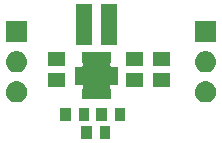
<source format=gbr>
G04 #@! TF.GenerationSoftware,KiCad,Pcbnew,(5.0.2)-1*
G04 #@! TF.CreationDate,2019-03-22T14:25:24+01:00*
G04 #@! TF.ProjectId,TPS63031,54505336-3330-4333-912e-6b696361645f,rev?*
G04 #@! TF.SameCoordinates,Original*
G04 #@! TF.FileFunction,Soldermask,Top*
G04 #@! TF.FilePolarity,Negative*
%FSLAX46Y46*%
G04 Gerber Fmt 4.6, Leading zero omitted, Abs format (unit mm)*
G04 Created by KiCad (PCBNEW (5.0.2)-1) date 03/22/19 14:25:24*
%MOMM*%
%LPD*%
G01*
G04 APERTURE LIST*
%ADD10C,0.100000*%
G04 APERTURE END LIST*
D10*
G36*
X155947000Y-98087000D02*
X155025000Y-98087000D01*
X155025000Y-96985000D01*
X155947000Y-96985000D01*
X155947000Y-98087000D01*
X155947000Y-98087000D01*
G37*
G36*
X154347000Y-98087000D02*
X153425000Y-98087000D01*
X153425000Y-96985000D01*
X154347000Y-96985000D01*
X154347000Y-98087000D01*
X154347000Y-98087000D01*
G37*
G36*
X152569000Y-96563000D02*
X151647000Y-96563000D01*
X151647000Y-95461000D01*
X152569000Y-95461000D01*
X152569000Y-96563000D01*
X152569000Y-96563000D01*
G37*
G36*
X154169000Y-96563000D02*
X153247000Y-96563000D01*
X153247000Y-95461000D01*
X154169000Y-95461000D01*
X154169000Y-96563000D01*
X154169000Y-96563000D01*
G37*
G36*
X157217000Y-96563000D02*
X156295000Y-96563000D01*
X156295000Y-95461000D01*
X157217000Y-95461000D01*
X157217000Y-96563000D01*
X157217000Y-96563000D01*
G37*
G36*
X155617000Y-96563000D02*
X154695000Y-96563000D01*
X154695000Y-95461000D01*
X155617000Y-95461000D01*
X155617000Y-96563000D01*
X155617000Y-96563000D01*
G37*
G36*
X164110442Y-93185518D02*
X164176627Y-93192037D01*
X164289853Y-93226384D01*
X164346467Y-93243557D01*
X164485087Y-93317652D01*
X164502991Y-93327222D01*
X164538729Y-93356552D01*
X164640186Y-93439814D01*
X164723448Y-93541271D01*
X164752778Y-93577009D01*
X164752779Y-93577011D01*
X164836443Y-93733533D01*
X164847575Y-93770230D01*
X164887963Y-93903373D01*
X164905359Y-94080000D01*
X164887963Y-94256627D01*
X164853616Y-94369853D01*
X164836443Y-94426467D01*
X164795366Y-94503315D01*
X164752778Y-94582991D01*
X164730420Y-94610234D01*
X164640186Y-94720186D01*
X164538729Y-94803448D01*
X164502991Y-94832778D01*
X164502989Y-94832779D01*
X164346467Y-94916443D01*
X164289853Y-94933616D01*
X164176627Y-94967963D01*
X164110442Y-94974482D01*
X164044260Y-94981000D01*
X163955740Y-94981000D01*
X163889557Y-94974481D01*
X163823373Y-94967963D01*
X163710147Y-94933616D01*
X163653533Y-94916443D01*
X163497011Y-94832779D01*
X163497009Y-94832778D01*
X163461271Y-94803448D01*
X163359814Y-94720186D01*
X163269580Y-94610234D01*
X163247222Y-94582991D01*
X163204634Y-94503315D01*
X163163557Y-94426467D01*
X163146384Y-94369853D01*
X163112037Y-94256627D01*
X163094641Y-94080000D01*
X163112037Y-93903373D01*
X163152425Y-93770230D01*
X163163557Y-93733533D01*
X163247221Y-93577011D01*
X163247222Y-93577009D01*
X163276552Y-93541271D01*
X163359814Y-93439814D01*
X163461271Y-93356552D01*
X163497009Y-93327222D01*
X163514913Y-93317652D01*
X163653533Y-93243557D01*
X163710147Y-93226384D01*
X163823373Y-93192037D01*
X163889558Y-93185518D01*
X163955740Y-93179000D01*
X164044260Y-93179000D01*
X164110442Y-93185518D01*
X164110442Y-93185518D01*
G37*
G36*
X148110442Y-93185518D02*
X148176627Y-93192037D01*
X148289853Y-93226384D01*
X148346467Y-93243557D01*
X148485087Y-93317652D01*
X148502991Y-93327222D01*
X148538729Y-93356552D01*
X148640186Y-93439814D01*
X148723448Y-93541271D01*
X148752778Y-93577009D01*
X148752779Y-93577011D01*
X148836443Y-93733533D01*
X148847575Y-93770230D01*
X148887963Y-93903373D01*
X148905359Y-94080000D01*
X148887963Y-94256627D01*
X148853616Y-94369853D01*
X148836443Y-94426467D01*
X148795366Y-94503315D01*
X148752778Y-94582991D01*
X148730420Y-94610234D01*
X148640186Y-94720186D01*
X148538729Y-94803448D01*
X148502991Y-94832778D01*
X148502989Y-94832779D01*
X148346467Y-94916443D01*
X148289853Y-94933616D01*
X148176627Y-94967963D01*
X148110442Y-94974482D01*
X148044260Y-94981000D01*
X147955740Y-94981000D01*
X147889557Y-94974481D01*
X147823373Y-94967963D01*
X147710147Y-94933616D01*
X147653533Y-94916443D01*
X147497011Y-94832779D01*
X147497009Y-94832778D01*
X147461271Y-94803448D01*
X147359814Y-94720186D01*
X147269580Y-94610234D01*
X147247222Y-94582991D01*
X147204634Y-94503315D01*
X147163557Y-94426467D01*
X147146384Y-94369853D01*
X147112037Y-94256627D01*
X147094641Y-94080000D01*
X147112037Y-93903373D01*
X147152425Y-93770230D01*
X147163557Y-93733533D01*
X147247221Y-93577011D01*
X147247222Y-93577009D01*
X147276552Y-93541271D01*
X147359814Y-93439814D01*
X147461271Y-93356552D01*
X147497009Y-93327222D01*
X147514913Y-93317652D01*
X147653533Y-93243557D01*
X147710147Y-93226384D01*
X147823373Y-93192037D01*
X147889558Y-93185518D01*
X147955740Y-93179000D01*
X148044260Y-93179000D01*
X148110442Y-93185518D01*
X148110442Y-93185518D01*
G37*
G36*
X155767211Y-90762400D02*
X155779449Y-90763001D01*
X155973001Y-90763001D01*
X155973001Y-91553316D01*
X155969962Y-91584168D01*
X155957954Y-91623753D01*
X155938454Y-91660235D01*
X155917364Y-91685935D01*
X155903762Y-91706290D01*
X155894384Y-91728929D01*
X155889603Y-91752963D01*
X155889001Y-91765217D01*
X155889001Y-91832001D01*
X155891403Y-91856387D01*
X155898516Y-91879836D01*
X155910067Y-91901447D01*
X155925613Y-91920389D01*
X155944555Y-91935935D01*
X155966166Y-91947486D01*
X155989615Y-91954599D01*
X156014001Y-91957001D01*
X156589001Y-91957001D01*
X156589001Y-93509001D01*
X156014001Y-93509001D01*
X155989615Y-93511403D01*
X155966166Y-93518516D01*
X155944555Y-93530067D01*
X155925613Y-93545613D01*
X155910067Y-93564555D01*
X155898516Y-93586166D01*
X155891403Y-93609615D01*
X155889001Y-93634001D01*
X155889001Y-93700784D01*
X155891403Y-93725170D01*
X155898516Y-93748619D01*
X155910067Y-93770230D01*
X155917354Y-93780056D01*
X155938454Y-93805767D01*
X155957954Y-93842249D01*
X155969962Y-93881834D01*
X155973001Y-93912686D01*
X155973001Y-94703001D01*
X155779449Y-94703001D01*
X155767211Y-94703602D01*
X155763001Y-94704017D01*
X155758791Y-94703602D01*
X155746553Y-94703001D01*
X155279449Y-94703001D01*
X155267211Y-94703602D01*
X155263001Y-94704017D01*
X155258791Y-94703602D01*
X155246553Y-94703001D01*
X154779449Y-94703001D01*
X154767211Y-94703602D01*
X154763001Y-94704017D01*
X154758791Y-94703602D01*
X154746553Y-94703001D01*
X154279449Y-94703001D01*
X154267211Y-94703602D01*
X154263001Y-94704017D01*
X154258791Y-94703602D01*
X154246553Y-94703001D01*
X153779449Y-94703001D01*
X153767211Y-94703602D01*
X153763001Y-94704017D01*
X153758791Y-94703602D01*
X153746553Y-94703001D01*
X153553001Y-94703001D01*
X153553001Y-94158011D01*
X153553002Y-94158001D01*
X153553002Y-93912686D01*
X153556041Y-93881834D01*
X153568049Y-93842249D01*
X153587549Y-93805767D01*
X153608632Y-93780076D01*
X153622241Y-93759710D01*
X153631618Y-93737071D01*
X153636399Y-93713037D01*
X153637001Y-93700785D01*
X153637001Y-93634001D01*
X153634599Y-93609615D01*
X153627486Y-93586166D01*
X153615935Y-93564555D01*
X153600389Y-93545613D01*
X153581447Y-93530067D01*
X153559836Y-93518516D01*
X153536387Y-93511403D01*
X153512001Y-93509001D01*
X152937001Y-93509001D01*
X152937001Y-91957001D01*
X153512001Y-91957001D01*
X153536387Y-91954599D01*
X153559836Y-91947486D01*
X153581447Y-91935935D01*
X153600389Y-91920389D01*
X153615935Y-91901447D01*
X153627486Y-91879836D01*
X153634599Y-91856387D01*
X153637001Y-91832001D01*
X153637001Y-91765217D01*
X153634599Y-91740831D01*
X153627486Y-91717382D01*
X153615935Y-91695771D01*
X153608654Y-91685953D01*
X153587548Y-91660234D01*
X153568048Y-91623752D01*
X153560043Y-91597362D01*
X153556040Y-91584168D01*
X153555660Y-91580311D01*
X153553001Y-91553315D01*
X153553001Y-90763001D01*
X153746553Y-90763001D01*
X153758791Y-90762400D01*
X153763001Y-90761985D01*
X153767211Y-90762400D01*
X153779449Y-90763001D01*
X154246553Y-90763001D01*
X154258791Y-90762400D01*
X154263001Y-90761985D01*
X154267211Y-90762400D01*
X154279449Y-90763001D01*
X154746553Y-90763001D01*
X154758791Y-90762400D01*
X154763001Y-90761985D01*
X154767211Y-90762400D01*
X154779449Y-90763001D01*
X155246553Y-90763001D01*
X155258791Y-90762400D01*
X155263001Y-90761985D01*
X155267211Y-90762400D01*
X155279449Y-90763001D01*
X155746553Y-90763001D01*
X155758791Y-90762400D01*
X155763001Y-90761985D01*
X155767211Y-90762400D01*
X155767211Y-90762400D01*
G37*
G36*
X161025000Y-93693000D02*
X159523000Y-93693000D01*
X159523000Y-92471000D01*
X161025000Y-92471000D01*
X161025000Y-93693000D01*
X161025000Y-93693000D01*
G37*
G36*
X158739000Y-93693000D02*
X157237000Y-93693000D01*
X157237000Y-92471000D01*
X158739000Y-92471000D01*
X158739000Y-93693000D01*
X158739000Y-93693000D01*
G37*
G36*
X152135000Y-93693000D02*
X150633000Y-93693000D01*
X150633000Y-92471000D01*
X152135000Y-92471000D01*
X152135000Y-93693000D01*
X152135000Y-93693000D01*
G37*
G36*
X164110443Y-90645519D02*
X164176627Y-90652037D01*
X164289853Y-90686384D01*
X164346467Y-90703557D01*
X164455776Y-90761985D01*
X164502991Y-90787222D01*
X164515573Y-90797548D01*
X164640186Y-90899814D01*
X164723448Y-91001271D01*
X164752778Y-91037009D01*
X164752779Y-91037011D01*
X164836443Y-91193533D01*
X164836443Y-91193534D01*
X164887963Y-91363373D01*
X164905359Y-91540000D01*
X164887963Y-91716627D01*
X164873223Y-91765217D01*
X164836443Y-91886467D01*
X164818311Y-91920389D01*
X164752778Y-92042991D01*
X164723448Y-92078729D01*
X164640186Y-92180186D01*
X164538729Y-92263448D01*
X164502991Y-92292778D01*
X164502989Y-92292779D01*
X164346467Y-92376443D01*
X164289853Y-92393616D01*
X164176627Y-92427963D01*
X164110443Y-92434481D01*
X164044260Y-92441000D01*
X163955740Y-92441000D01*
X163889557Y-92434481D01*
X163823373Y-92427963D01*
X163710147Y-92393616D01*
X163653533Y-92376443D01*
X163497011Y-92292779D01*
X163497009Y-92292778D01*
X163461271Y-92263448D01*
X163359814Y-92180186D01*
X163276552Y-92078729D01*
X163247222Y-92042991D01*
X163181689Y-91920389D01*
X163163557Y-91886467D01*
X163126777Y-91765217D01*
X163112037Y-91716627D01*
X163094641Y-91540000D01*
X163112037Y-91363373D01*
X163163557Y-91193534D01*
X163163557Y-91193533D01*
X163247221Y-91037011D01*
X163247222Y-91037009D01*
X163276552Y-91001271D01*
X163359814Y-90899814D01*
X163484427Y-90797548D01*
X163497009Y-90787222D01*
X163544224Y-90761985D01*
X163653533Y-90703557D01*
X163710147Y-90686384D01*
X163823373Y-90652037D01*
X163889557Y-90645519D01*
X163955740Y-90639000D01*
X164044260Y-90639000D01*
X164110443Y-90645519D01*
X164110443Y-90645519D01*
G37*
G36*
X148110443Y-90645519D02*
X148176627Y-90652037D01*
X148289853Y-90686384D01*
X148346467Y-90703557D01*
X148455776Y-90761985D01*
X148502991Y-90787222D01*
X148515573Y-90797548D01*
X148640186Y-90899814D01*
X148723448Y-91001271D01*
X148752778Y-91037009D01*
X148752779Y-91037011D01*
X148836443Y-91193533D01*
X148836443Y-91193534D01*
X148887963Y-91363373D01*
X148905359Y-91540000D01*
X148887963Y-91716627D01*
X148873223Y-91765217D01*
X148836443Y-91886467D01*
X148818311Y-91920389D01*
X148752778Y-92042991D01*
X148723448Y-92078729D01*
X148640186Y-92180186D01*
X148538729Y-92263448D01*
X148502991Y-92292778D01*
X148502989Y-92292779D01*
X148346467Y-92376443D01*
X148289853Y-92393616D01*
X148176627Y-92427963D01*
X148110443Y-92434481D01*
X148044260Y-92441000D01*
X147955740Y-92441000D01*
X147889557Y-92434481D01*
X147823373Y-92427963D01*
X147710147Y-92393616D01*
X147653533Y-92376443D01*
X147497011Y-92292779D01*
X147497009Y-92292778D01*
X147461271Y-92263448D01*
X147359814Y-92180186D01*
X147276552Y-92078729D01*
X147247222Y-92042991D01*
X147181689Y-91920389D01*
X147163557Y-91886467D01*
X147126777Y-91765217D01*
X147112037Y-91716627D01*
X147094641Y-91540000D01*
X147112037Y-91363373D01*
X147163557Y-91193534D01*
X147163557Y-91193533D01*
X147247221Y-91037011D01*
X147247222Y-91037009D01*
X147276552Y-91001271D01*
X147359814Y-90899814D01*
X147484427Y-90797548D01*
X147497009Y-90787222D01*
X147544224Y-90761985D01*
X147653533Y-90703557D01*
X147710147Y-90686384D01*
X147823373Y-90652037D01*
X147889557Y-90645519D01*
X147955740Y-90639000D01*
X148044260Y-90639000D01*
X148110443Y-90645519D01*
X148110443Y-90645519D01*
G37*
G36*
X158739000Y-91933000D02*
X157237000Y-91933000D01*
X157237000Y-90711000D01*
X158739000Y-90711000D01*
X158739000Y-91933000D01*
X158739000Y-91933000D01*
G37*
G36*
X161025000Y-91933000D02*
X159523000Y-91933000D01*
X159523000Y-90711000D01*
X161025000Y-90711000D01*
X161025000Y-91933000D01*
X161025000Y-91933000D01*
G37*
G36*
X152135000Y-91933000D02*
X150633000Y-91933000D01*
X150633000Y-90711000D01*
X152135000Y-90711000D01*
X152135000Y-91933000D01*
X152135000Y-91933000D01*
G37*
G36*
X156513200Y-90143000D02*
X155111200Y-90143000D01*
X155111200Y-86641000D01*
X156513200Y-86641000D01*
X156513200Y-90143000D01*
X156513200Y-90143000D01*
G37*
G36*
X154413200Y-90143000D02*
X153011200Y-90143000D01*
X153011200Y-86641000D01*
X154413200Y-86641000D01*
X154413200Y-90143000D01*
X154413200Y-90143000D01*
G37*
G36*
X164901000Y-89901000D02*
X163099000Y-89901000D01*
X163099000Y-88099000D01*
X164901000Y-88099000D01*
X164901000Y-89901000D01*
X164901000Y-89901000D01*
G37*
G36*
X148901000Y-89901000D02*
X147099000Y-89901000D01*
X147099000Y-88099000D01*
X148901000Y-88099000D01*
X148901000Y-89901000D01*
X148901000Y-89901000D01*
G37*
M02*

</source>
